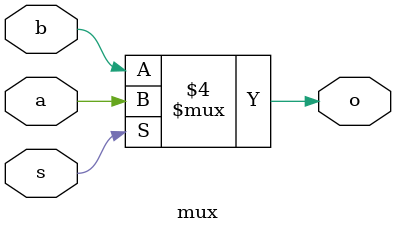
<source format=sv>
module mux (input wire a, b, s, output reg o);
    always @(a or b or s) begin
        if(s == 1'b1) begin
            o = a;
        end else begin
            o = b;
        end
    end

`ifdef COCOTB_SIM
initial begin
  $dumpfile ("mux.vcd");
  $dumpvars (0, mux);
  #1;
end
`endif

endmodule

</source>
